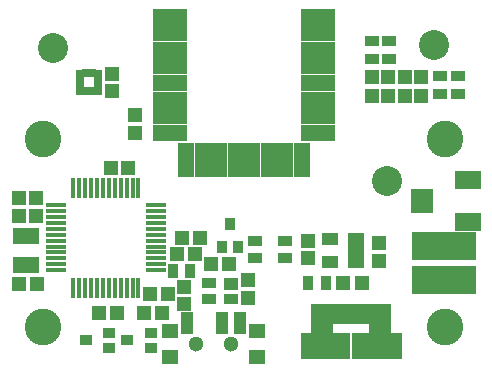
<source format=gts>
G04 #@! TF.FileFunction,Soldermask,Top*
%FSLAX45Y45*%
G04 Gerber Fmt 4.5, Leading zero omitted, Abs format (unit mm)*
G04 Created by KiCad (PCBNEW 4.0.7-e2-6376~61~ubuntu18.04.1) date Fri May  3 18:21:01 2019*
%MOMM*%
%LPD*%
G01*
G04 APERTURE LIST*
%ADD10C,0.100000*%
%ADD11R,1.150000X0.900000*%
%ADD12R,1.150000X1.000000*%
%ADD13R,1.150000X1.200000*%
%ADD14R,1.200000X1.150000*%
%ADD15R,1.200000X1.200000*%
%ADD16R,0.850000X1.780000*%
%ADD17R,1.875000X2.500000*%
%ADD18R,1.575000X2.300000*%
%ADD19R,2.775000X2.300000*%
%ADD20R,0.850000X1.100000*%
%ADD21R,1.300000X0.900000*%
%ADD22R,0.900000X1.300000*%
%ADD23R,2.850000X1.400000*%
%ADD24R,1.400000X2.850000*%
%ADD25O,1.720000X0.420000*%
%ADD26O,0.420000X1.720000*%
%ADD27R,0.675000X0.650000*%
%ADD28R,0.650000X0.675000*%
%ADD29R,1.460000X1.050000*%
%ADD30R,2.200000X1.400000*%
%ADD31C,2.540000*%
%ADD32R,1.100000X1.900000*%
%ADD33R,1.400000X1.200000*%
%ADD34C,1.300000*%
%ADD35C,3.100000*%
%ADD36R,1.950000X1.000000*%
%ADD37R,2.200000X1.600000*%
%ADD38R,5.400000X2.400000*%
%ADD39R,1.100000X0.850000*%
G04 APERTURE END LIST*
D10*
D11*
X14887500Y-9455000D03*
X14702500Y-9455000D03*
D12*
X14887500Y-9330000D03*
D11*
X14702500Y-9325000D03*
D13*
X13090000Y-8755000D03*
X13090000Y-8605000D03*
X14075000Y-7900000D03*
X14075000Y-8050000D03*
D14*
X13245000Y-9330000D03*
X13095000Y-9330000D03*
D13*
X13240000Y-8755000D03*
X13240000Y-8605000D03*
D14*
X13925000Y-9580000D03*
X13775000Y-9580000D03*
X14155000Y-9580000D03*
X14305000Y-9580000D03*
X14205000Y-9420000D03*
X14355000Y-9420000D03*
X14435000Y-9080000D03*
X14585000Y-9080000D03*
X13870000Y-8350000D03*
X14020000Y-8350000D03*
D13*
X14490000Y-9355000D03*
X14490000Y-9505000D03*
D14*
X14475000Y-8940000D03*
X14625000Y-8940000D03*
D13*
X13880000Y-7550000D03*
X13880000Y-7700000D03*
X15030000Y-9450000D03*
X15030000Y-9300000D03*
X15540000Y-8965000D03*
X15540000Y-9115000D03*
D14*
X14720000Y-9165000D03*
X14870000Y-9165000D03*
D13*
X16140000Y-8985000D03*
X16140000Y-9135000D03*
D15*
X16080000Y-7740000D03*
X16080000Y-7580000D03*
X16220000Y-7740000D03*
X16220000Y-7580000D03*
X16500000Y-7740000D03*
X16500000Y-7580000D03*
X16360000Y-7740000D03*
X16360000Y-7580000D03*
X15840000Y-9320000D03*
X16000000Y-9320000D03*
D16*
X15776250Y-9589000D03*
X15841250Y-9589000D03*
X15906250Y-9589000D03*
X15971250Y-9589000D03*
X16036250Y-9589000D03*
D17*
X15660000Y-9625000D03*
X16152500Y-9625000D03*
D18*
X15822500Y-9855000D03*
X15990000Y-9855000D03*
D19*
X15615000Y-9855000D03*
X16197500Y-9855000D03*
D20*
X14815000Y-9020000D03*
X14945000Y-9020000D03*
X14880000Y-8820000D03*
D21*
X16080000Y-7425000D03*
X16080000Y-7275000D03*
X16230000Y-7425000D03*
X16230000Y-7275000D03*
X16660000Y-7570000D03*
X16660000Y-7720000D03*
X16810000Y-7570000D03*
X16810000Y-7720000D03*
X15090000Y-9115000D03*
X15090000Y-8965000D03*
D22*
X14395000Y-9220000D03*
X14545000Y-9220000D03*
D21*
X15350000Y-8965000D03*
X15350000Y-9115000D03*
D22*
X15545000Y-9320000D03*
X15695000Y-9320000D03*
D23*
X14370500Y-7070000D03*
X14370500Y-7210000D03*
X14370500Y-7350000D03*
X14370500Y-7490000D03*
X14370500Y-7630000D03*
X14370500Y-7770000D03*
X14370500Y-7910000D03*
X14370500Y-8050000D03*
X15629500Y-7070000D03*
X15629500Y-7210000D03*
X15629500Y-7350000D03*
X15629500Y-7490000D03*
X15629500Y-7630000D03*
X15629500Y-7770000D03*
X15629500Y-7910000D03*
X15629500Y-8050000D03*
D24*
X14510000Y-8279500D03*
X14650000Y-8279500D03*
X14790000Y-8279500D03*
X14930000Y-8279500D03*
X15070000Y-8279500D03*
X15210000Y-8279500D03*
X15350000Y-8279500D03*
X15490000Y-8279500D03*
D25*
X13405000Y-8665000D03*
X13405000Y-8715000D03*
X13405000Y-8765000D03*
X13405000Y-8815000D03*
X13405000Y-8865000D03*
X13405000Y-8915000D03*
X13405000Y-8965000D03*
X13405000Y-9015000D03*
X13405000Y-9065000D03*
X13405000Y-9115000D03*
X13405000Y-9165000D03*
X13405000Y-9215000D03*
D26*
X13555000Y-9365000D03*
X13605000Y-9365000D03*
X13655000Y-9365000D03*
X13705000Y-9365000D03*
X13755000Y-9365000D03*
X13805000Y-9365000D03*
X13855000Y-9365000D03*
X13905000Y-9365000D03*
X13955000Y-9365000D03*
X14005000Y-9365000D03*
X14055000Y-9365000D03*
X14105000Y-9365000D03*
D25*
X14255000Y-9215000D03*
X14255000Y-9165000D03*
X14255000Y-9115000D03*
X14255000Y-9065000D03*
X14255000Y-9015000D03*
X14255000Y-8965000D03*
X14255000Y-8915000D03*
X14255000Y-8865000D03*
X14255000Y-8815000D03*
X14255000Y-8765000D03*
X14255000Y-8715000D03*
X14255000Y-8665000D03*
D26*
X14105000Y-8515000D03*
X14055000Y-8515000D03*
X14005000Y-8515000D03*
X13955000Y-8515000D03*
X13905000Y-8515000D03*
X13855000Y-8515000D03*
X13805000Y-8515000D03*
X13755000Y-8515000D03*
X13705000Y-8515000D03*
X13655000Y-8515000D03*
X13605000Y-8515000D03*
X13555000Y-8515000D03*
D27*
X13610000Y-7550000D03*
X13610000Y-7600000D03*
X13610000Y-7650000D03*
X13610000Y-7700000D03*
D28*
X13661250Y-7701250D03*
X13711250Y-7701250D03*
D27*
X13762500Y-7550000D03*
X13762500Y-7700000D03*
X13762500Y-7600000D03*
X13762500Y-7650000D03*
D28*
X13661250Y-7548750D03*
X13711250Y-7548750D03*
D29*
X15950000Y-9145000D03*
X15950000Y-9050000D03*
X15950000Y-8955000D03*
X15730000Y-8955000D03*
X15730000Y-9145000D03*
D30*
X13150000Y-8925000D03*
X13150000Y-9175000D03*
D31*
X16210000Y-8460000D03*
X16610000Y-7310000D03*
X13380000Y-7330000D03*
D32*
X14515000Y-9665000D03*
X14815000Y-9665000D03*
X14965000Y-9665000D03*
D33*
X14375000Y-9730000D03*
X14375000Y-9950000D03*
X15105000Y-9730000D03*
X15105000Y-9950000D03*
D34*
X14590000Y-9840000D03*
X14890000Y-9840000D03*
D35*
X13300000Y-9700000D03*
X16700000Y-9700000D03*
X16700000Y-8100000D03*
X13300000Y-8100000D03*
D36*
X16506250Y-8680000D03*
X16506250Y-8580000D03*
D37*
X16893750Y-8810000D03*
X16893750Y-8450000D03*
D38*
X16690000Y-9010000D03*
X16690000Y-9300000D03*
D39*
X13860000Y-9875000D03*
X13860000Y-9745000D03*
X13660000Y-9810000D03*
X14210000Y-9875000D03*
X14210000Y-9745000D03*
X14010000Y-9810000D03*
M02*

</source>
